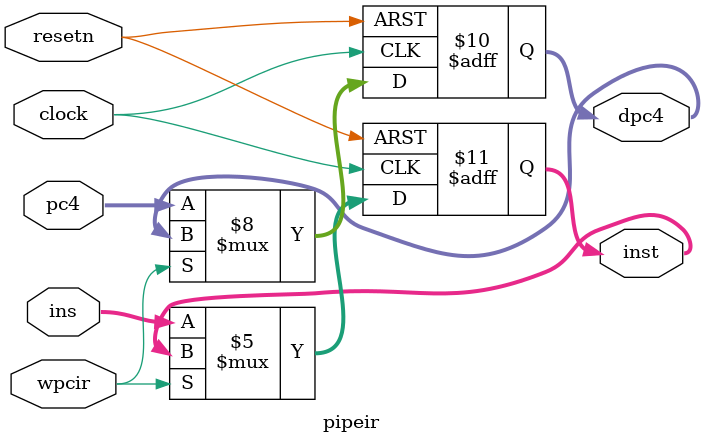
<source format=v>
module pipeir(pc4, ins, wpcir, clock, resetn, dpc4, inst);
	input [31:0] pc4, ins;
	input wpcir, clock, resetn;
	output [31:0] dpc4,inst;
	reg [31:0] dpc4,inst;
	
	always @(posedge clock or negedge resetn)
		begin
		if(resetn==0)
			begin
			dpc4=0;
			inst=0;
			end
		else
			begin
			if(!wpcir)
				begin
				dpc4=pc4;
				inst=ins;
				end
			end
		end

endmodule

</source>
